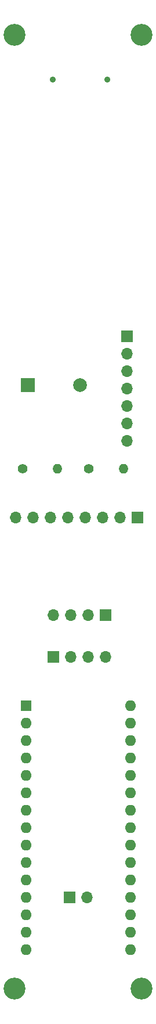
<source format=gbs>
G04 #@! TF.GenerationSoftware,KiCad,Pcbnew,7.0.10-7.0.10~ubuntu22.04.1*
G04 #@! TF.CreationDate,2024-01-30T11:00:35+01:00*
G04 #@! TF.ProjectId,rocketry_circuit,726f636b-6574-4727-995f-636972637569,rev?*
G04 #@! TF.SameCoordinates,Original*
G04 #@! TF.FileFunction,Soldermask,Bot*
G04 #@! TF.FilePolarity,Negative*
%FSLAX46Y46*%
G04 Gerber Fmt 4.6, Leading zero omitted, Abs format (unit mm)*
G04 Created by KiCad (PCBNEW 7.0.10-7.0.10~ubuntu22.04.1) date 2024-01-30 11:00:35*
%MOMM*%
%LPD*%
G01*
G04 APERTURE LIST*
%ADD10C,3.200000*%
%ADD11R,1.700000X1.700000*%
%ADD12O,1.700000X1.700000*%
%ADD13C,1.400000*%
%ADD14O,1.400000X1.400000*%
%ADD15C,0.900000*%
%ADD16R,2.000000X2.000000*%
%ADD17C,2.000000*%
%ADD18R,1.600000X1.600000*%
%ADD19O,1.600000X1.600000*%
G04 APERTURE END LIST*
D10*
X33500000Y-154000000D03*
D11*
X23037000Y-140730200D03*
D12*
X25577000Y-140730200D03*
D13*
X16184000Y-78246200D03*
D14*
X21264000Y-78246200D03*
D11*
X20610000Y-105670000D03*
D12*
X23150000Y-105670000D03*
X25690000Y-105670000D03*
X28230000Y-105670000D03*
D10*
X33500000Y-15000000D03*
D15*
X20550968Y-21518155D03*
X28550968Y-21518155D03*
D16*
X16956000Y-66054200D03*
D17*
X24556000Y-66054200D03*
D10*
X15000000Y-15000000D03*
D13*
X25836000Y-78246200D03*
D14*
X30916000Y-78246200D03*
D11*
X28230000Y-99574000D03*
D12*
X25690000Y-99574000D03*
X23150000Y-99574000D03*
X20610000Y-99574000D03*
D10*
X15000000Y-154000000D03*
D18*
X16692000Y-112790200D03*
D19*
X16692000Y-115330200D03*
X16692000Y-117870200D03*
X16692000Y-120410200D03*
X16692000Y-122950200D03*
X16692000Y-125490200D03*
X16692000Y-128030200D03*
X16692000Y-130570200D03*
X16692000Y-133110200D03*
X16692000Y-135650200D03*
X16692000Y-138190200D03*
X16692000Y-140730200D03*
X16692000Y-143270200D03*
X16692000Y-145810200D03*
X16692000Y-148350200D03*
X31932000Y-148350200D03*
X31932000Y-145810200D03*
X31932000Y-143270200D03*
X31932000Y-140730200D03*
X31932000Y-138190200D03*
X31932000Y-135650200D03*
X31932000Y-133110200D03*
X31932000Y-130570200D03*
X31932000Y-128030200D03*
X31932000Y-125490200D03*
X31932000Y-122950200D03*
X31932000Y-120410200D03*
X31932000Y-117870200D03*
X31932000Y-115330200D03*
X31932000Y-112790200D03*
D12*
X31424000Y-74182200D03*
X31424000Y-71642200D03*
X31424000Y-69102200D03*
X31424000Y-66562200D03*
X31424000Y-64022200D03*
X31424000Y-61482200D03*
D11*
X31424000Y-58942200D03*
X32948000Y-85358200D03*
D12*
X30408000Y-85358200D03*
X27868000Y-85358200D03*
X25328000Y-85358200D03*
X22788000Y-85358200D03*
X20248000Y-85358200D03*
X17708000Y-85358200D03*
X15168000Y-85358200D03*
M02*

</source>
